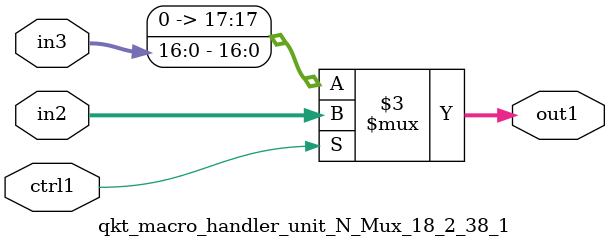
<source format=v>

`timescale 1ps / 1ps


module qkt_macro_handler_unit_N_Mux_18_2_38_1( in3, in2, ctrl1, out1 );

    input [16:0] in3;
    input [17:0] in2;
    input ctrl1;
    output [17:0] out1;
    reg [17:0] out1;

    
    // rtl_process:qkt_macro_handler_unit_N_Mux_18_2_38_1/qkt_macro_handler_unit_N_Mux_18_2_38_1_thread_1
    always @*
      begin : qkt_macro_handler_unit_N_Mux_18_2_38_1_thread_1
        case (ctrl1) 
          1'b1: 
            begin
              out1 = in2;
            end
          default: 
            begin
              out1 = {1'b0, in3};
            end
        endcase
      end

endmodule


</source>
